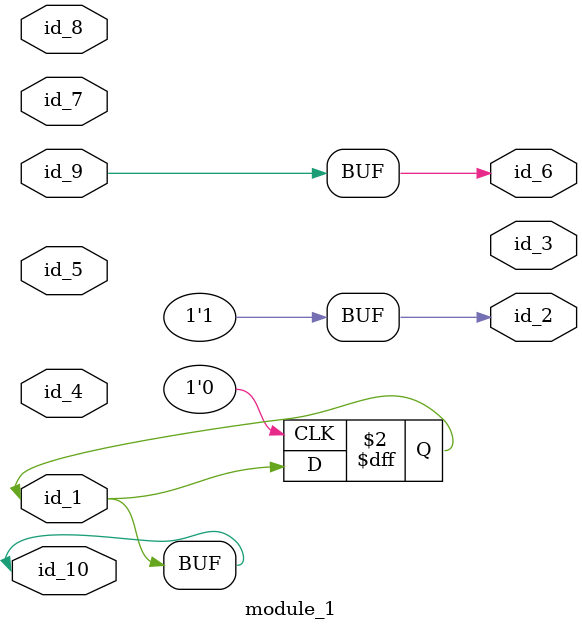
<source format=v>
module module_0 (
    id_1
);
  input wire id_1;
  wire id_2;
  wire id_3;
endmodule
module module_1 (
    id_1,
    id_2,
    id_3,
    id_4,
    id_5,
    id_6,
    id_7,
    id_8,
    id_9,
    id_10
);
  inout wire id_10;
  input wire id_9;
  inout wire id_8;
  input wire id_7;
  output wire id_6;
  input wire id_5;
  inout wire id_4;
  output wire id_3;
  output wire id_2;
  inout wire id_1;
  always @(posedge 1'h0) id_1 = id_1;
  module_0 modCall_1 (id_7);
  assign id_2 = 1;
  assign id_6 = id_9;
  assign id_1 = id_10;
endmodule

</source>
